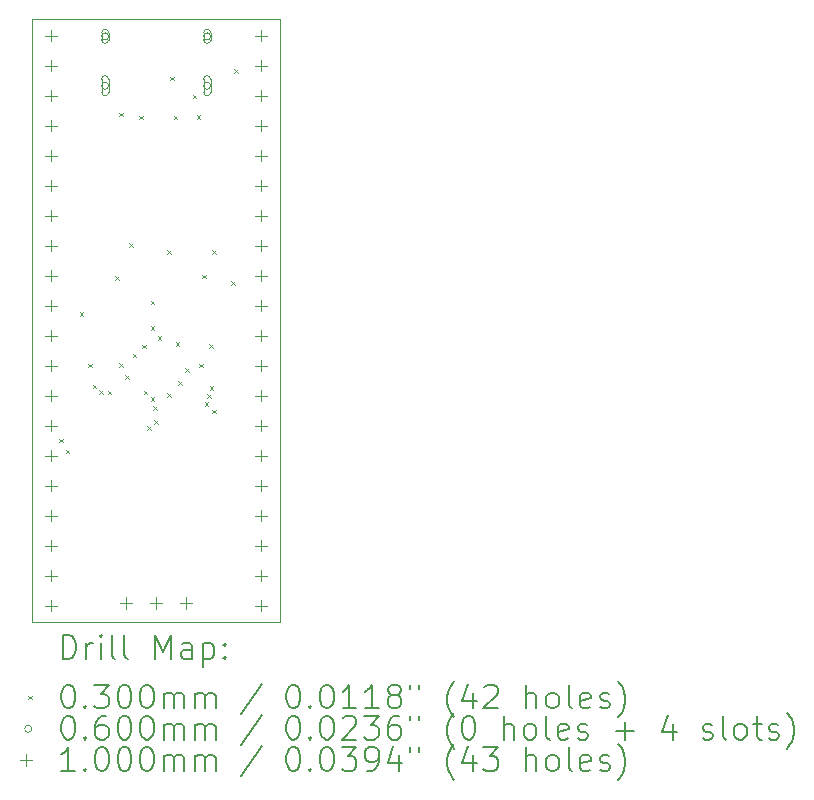
<source format=gbr>
%TF.GenerationSoftware,KiCad,Pcbnew,9.0.5*%
%TF.CreationDate,2025-12-10T19:07:14-06:00*%
%TF.ProjectId,KBoardV1,4b426f61-7264-4563-912e-6b696361645f,rev?*%
%TF.SameCoordinates,Original*%
%TF.FileFunction,Drillmap*%
%TF.FilePolarity,Positive*%
%FSLAX45Y45*%
G04 Gerber Fmt 4.5, Leading zero omitted, Abs format (unit mm)*
G04 Created by KiCad (PCBNEW 9.0.5) date 2025-12-10 19:07:14*
%MOMM*%
%LPD*%
G01*
G04 APERTURE LIST*
%ADD10C,0.050000*%
%ADD11C,0.200000*%
%ADD12C,0.100000*%
G04 APERTURE END LIST*
D10*
X5420000Y-2450000D02*
X7520000Y-2450000D01*
X7520000Y-7550000D01*
X5420000Y-7550000D01*
X5420000Y-2450000D01*
D11*
D12*
X5649000Y-6001000D02*
X5679000Y-6031000D01*
X5679000Y-6001000D02*
X5649000Y-6031000D01*
X5705000Y-6095000D02*
X5735000Y-6125000D01*
X5735000Y-6095000D02*
X5705000Y-6125000D01*
X5822000Y-4928000D02*
X5852000Y-4958000D01*
X5852000Y-4928000D02*
X5822000Y-4958000D01*
X5895000Y-5365000D02*
X5925000Y-5395000D01*
X5925000Y-5365000D02*
X5895000Y-5395000D01*
X5935000Y-5545000D02*
X5965000Y-5575000D01*
X5965000Y-5545000D02*
X5935000Y-5575000D01*
X5989661Y-5588729D02*
X6019661Y-5618729D01*
X6019661Y-5588729D02*
X5989661Y-5618729D01*
X6059380Y-5595000D02*
X6089380Y-5625000D01*
X6089380Y-5595000D02*
X6059380Y-5625000D01*
X6126000Y-4623000D02*
X6156000Y-4653000D01*
X6156000Y-4623000D02*
X6126000Y-4653000D01*
X6157000Y-3242000D02*
X6187000Y-3272000D01*
X6187000Y-3242000D02*
X6157000Y-3272000D01*
X6158626Y-5363091D02*
X6188626Y-5393091D01*
X6188626Y-5363091D02*
X6158626Y-5393091D01*
X6208626Y-5464036D02*
X6238626Y-5494036D01*
X6238626Y-5464036D02*
X6208626Y-5494036D01*
X6241000Y-4346000D02*
X6271000Y-4376000D01*
X6271000Y-4346000D02*
X6241000Y-4376000D01*
X6271000Y-5282000D02*
X6301000Y-5312000D01*
X6301000Y-5282000D02*
X6271000Y-5312000D01*
X6325000Y-3267000D02*
X6355000Y-3297000D01*
X6355000Y-3267000D02*
X6325000Y-3297000D01*
X6353579Y-5203579D02*
X6383579Y-5233579D01*
X6383579Y-5203579D02*
X6353579Y-5233579D01*
X6365426Y-5595312D02*
X6395426Y-5625312D01*
X6395426Y-5595312D02*
X6365426Y-5625312D01*
X6395000Y-5895000D02*
X6425000Y-5925000D01*
X6425000Y-5895000D02*
X6395000Y-5925000D01*
X6422564Y-5049739D02*
X6452564Y-5079739D01*
X6452564Y-5049739D02*
X6422564Y-5079739D01*
X6424365Y-5649479D02*
X6454365Y-5679479D01*
X6454365Y-5649479D02*
X6424365Y-5679479D01*
X6425845Y-4832303D02*
X6455845Y-4862303D01*
X6455845Y-4832303D02*
X6425845Y-4862303D01*
X6445000Y-5725000D02*
X6475000Y-5755000D01*
X6475000Y-5725000D02*
X6445000Y-5755000D01*
X6455000Y-5845000D02*
X6485000Y-5875000D01*
X6485000Y-5845000D02*
X6455000Y-5875000D01*
X6485000Y-5132157D02*
X6515000Y-5162157D01*
X6515000Y-5132157D02*
X6485000Y-5162157D01*
X6563791Y-5615000D02*
X6593791Y-5645000D01*
X6593791Y-5615000D02*
X6563791Y-5645000D01*
X6565100Y-4405000D02*
X6595100Y-4435000D01*
X6595100Y-4405000D02*
X6565100Y-4435000D01*
X6589000Y-2934000D02*
X6619000Y-2964000D01*
X6619000Y-2934000D02*
X6589000Y-2964000D01*
X6620100Y-3265000D02*
X6650100Y-3295000D01*
X6650100Y-3265000D02*
X6620100Y-3295000D01*
X6636450Y-5184613D02*
X6666450Y-5214613D01*
X6666450Y-5184613D02*
X6636450Y-5214613D01*
X6655000Y-5515000D02*
X6685000Y-5545000D01*
X6685000Y-5515000D02*
X6655000Y-5545000D01*
X6715731Y-5405315D02*
X6745731Y-5435315D01*
X6745731Y-5405315D02*
X6715731Y-5435315D01*
X6780000Y-3088500D02*
X6810000Y-3118500D01*
X6810000Y-3088500D02*
X6780000Y-3118500D01*
X6815000Y-3262900D02*
X6845000Y-3292900D01*
X6845000Y-3262900D02*
X6815000Y-3292900D01*
X6835000Y-5365000D02*
X6865000Y-5395000D01*
X6865000Y-5365000D02*
X6835000Y-5395000D01*
X6861000Y-4613000D02*
X6891000Y-4643000D01*
X6891000Y-4613000D02*
X6861000Y-4643000D01*
X6882864Y-5691408D02*
X6912864Y-5721408D01*
X6912864Y-5691408D02*
X6882864Y-5721408D01*
X6905000Y-5625000D02*
X6935000Y-5655000D01*
X6935000Y-5625000D02*
X6905000Y-5655000D01*
X6921059Y-5198941D02*
X6951059Y-5228941D01*
X6951059Y-5198941D02*
X6921059Y-5228941D01*
X6925000Y-5555000D02*
X6955000Y-5585000D01*
X6955000Y-5555000D02*
X6925000Y-5585000D01*
X6945000Y-4405000D02*
X6975000Y-4435000D01*
X6975000Y-4405000D02*
X6945000Y-4435000D01*
X6945000Y-5755000D02*
X6975000Y-5785000D01*
X6975000Y-5755000D02*
X6945000Y-5785000D01*
X7105000Y-4669000D02*
X7135000Y-4699000D01*
X7135000Y-4669000D02*
X7105000Y-4699000D01*
X7133000Y-2873000D02*
X7163000Y-2903000D01*
X7163000Y-2873000D02*
X7133000Y-2903000D01*
X6068000Y-2594000D02*
G75*
G02*
X6008000Y-2594000I-30000J0D01*
G01*
X6008000Y-2594000D02*
G75*
G02*
X6068000Y-2594000I30000J0D01*
G01*
X6068000Y-2624000D02*
X6068000Y-2564000D01*
X6008000Y-2564000D02*
G75*
G02*
X6068000Y-2564000I30000J0D01*
G01*
X6008000Y-2564000D02*
X6008000Y-2624000D01*
X6008000Y-2624000D02*
G75*
G03*
X6068000Y-2624000I30000J0D01*
G01*
X6068000Y-3012000D02*
G75*
G02*
X6008000Y-3012000I-30000J0D01*
G01*
X6008000Y-3012000D02*
G75*
G02*
X6068000Y-3012000I30000J0D01*
G01*
X6068000Y-3067000D02*
X6068000Y-2957000D01*
X6008000Y-2957000D02*
G75*
G02*
X6068000Y-2957000I30000J0D01*
G01*
X6008000Y-2957000D02*
X6008000Y-3067000D01*
X6008000Y-3067000D02*
G75*
G03*
X6068000Y-3067000I30000J0D01*
G01*
X6932000Y-2594000D02*
G75*
G02*
X6872000Y-2594000I-30000J0D01*
G01*
X6872000Y-2594000D02*
G75*
G02*
X6932000Y-2594000I30000J0D01*
G01*
X6932000Y-2624000D02*
X6932000Y-2564000D01*
X6872000Y-2564000D02*
G75*
G02*
X6932000Y-2564000I30000J0D01*
G01*
X6872000Y-2564000D02*
X6872000Y-2624000D01*
X6872000Y-2624000D02*
G75*
G03*
X6932000Y-2624000I30000J0D01*
G01*
X6932000Y-3012000D02*
G75*
G02*
X6872000Y-3012000I-30000J0D01*
G01*
X6872000Y-3012000D02*
G75*
G02*
X6932000Y-3012000I30000J0D01*
G01*
X6932000Y-3067000D02*
X6932000Y-2957000D01*
X6872000Y-2957000D02*
G75*
G02*
X6932000Y-2957000I30000J0D01*
G01*
X6872000Y-2957000D02*
X6872000Y-3067000D01*
X6872000Y-3067000D02*
G75*
G03*
X6932000Y-3067000I30000J0D01*
G01*
X5581000Y-2537000D02*
X5581000Y-2637000D01*
X5531000Y-2587000D02*
X5631000Y-2587000D01*
X5581000Y-2791000D02*
X5581000Y-2891000D01*
X5531000Y-2841000D02*
X5631000Y-2841000D01*
X5581000Y-3045000D02*
X5581000Y-3145000D01*
X5531000Y-3095000D02*
X5631000Y-3095000D01*
X5581000Y-3299000D02*
X5581000Y-3399000D01*
X5531000Y-3349000D02*
X5631000Y-3349000D01*
X5581000Y-3553000D02*
X5581000Y-3653000D01*
X5531000Y-3603000D02*
X5631000Y-3603000D01*
X5581000Y-3807000D02*
X5581000Y-3907000D01*
X5531000Y-3857000D02*
X5631000Y-3857000D01*
X5581000Y-4061000D02*
X5581000Y-4161000D01*
X5531000Y-4111000D02*
X5631000Y-4111000D01*
X5581000Y-4315000D02*
X5581000Y-4415000D01*
X5531000Y-4365000D02*
X5631000Y-4365000D01*
X5581000Y-4569000D02*
X5581000Y-4669000D01*
X5531000Y-4619000D02*
X5631000Y-4619000D01*
X5581000Y-4823000D02*
X5581000Y-4923000D01*
X5531000Y-4873000D02*
X5631000Y-4873000D01*
X5581000Y-5077000D02*
X5581000Y-5177000D01*
X5531000Y-5127000D02*
X5631000Y-5127000D01*
X5581000Y-5331000D02*
X5581000Y-5431000D01*
X5531000Y-5381000D02*
X5631000Y-5381000D01*
X5581000Y-5585000D02*
X5581000Y-5685000D01*
X5531000Y-5635000D02*
X5631000Y-5635000D01*
X5581000Y-5839000D02*
X5581000Y-5939000D01*
X5531000Y-5889000D02*
X5631000Y-5889000D01*
X5581000Y-6093000D02*
X5581000Y-6193000D01*
X5531000Y-6143000D02*
X5631000Y-6143000D01*
X5581000Y-6347000D02*
X5581000Y-6447000D01*
X5531000Y-6397000D02*
X5631000Y-6397000D01*
X5581000Y-6601000D02*
X5581000Y-6701000D01*
X5531000Y-6651000D02*
X5631000Y-6651000D01*
X5581000Y-6855000D02*
X5581000Y-6955000D01*
X5531000Y-6905000D02*
X5631000Y-6905000D01*
X5581000Y-7109000D02*
X5581000Y-7209000D01*
X5531000Y-7159000D02*
X5631000Y-7159000D01*
X5581000Y-7363000D02*
X5581000Y-7463000D01*
X5531000Y-7413000D02*
X5631000Y-7413000D01*
X6216000Y-7339000D02*
X6216000Y-7439000D01*
X6166000Y-7389000D02*
X6266000Y-7389000D01*
X6470000Y-7339000D02*
X6470000Y-7439000D01*
X6420000Y-7389000D02*
X6520000Y-7389000D01*
X6724000Y-7339000D02*
X6724000Y-7439000D01*
X6674000Y-7389000D02*
X6774000Y-7389000D01*
X7359000Y-2537000D02*
X7359000Y-2637000D01*
X7309000Y-2587000D02*
X7409000Y-2587000D01*
X7359000Y-2791000D02*
X7359000Y-2891000D01*
X7309000Y-2841000D02*
X7409000Y-2841000D01*
X7359000Y-3045000D02*
X7359000Y-3145000D01*
X7309000Y-3095000D02*
X7409000Y-3095000D01*
X7359000Y-3299000D02*
X7359000Y-3399000D01*
X7309000Y-3349000D02*
X7409000Y-3349000D01*
X7359000Y-3553000D02*
X7359000Y-3653000D01*
X7309000Y-3603000D02*
X7409000Y-3603000D01*
X7359000Y-3807000D02*
X7359000Y-3907000D01*
X7309000Y-3857000D02*
X7409000Y-3857000D01*
X7359000Y-4061000D02*
X7359000Y-4161000D01*
X7309000Y-4111000D02*
X7409000Y-4111000D01*
X7359000Y-4315000D02*
X7359000Y-4415000D01*
X7309000Y-4365000D02*
X7409000Y-4365000D01*
X7359000Y-4569000D02*
X7359000Y-4669000D01*
X7309000Y-4619000D02*
X7409000Y-4619000D01*
X7359000Y-4823000D02*
X7359000Y-4923000D01*
X7309000Y-4873000D02*
X7409000Y-4873000D01*
X7359000Y-5077000D02*
X7359000Y-5177000D01*
X7309000Y-5127000D02*
X7409000Y-5127000D01*
X7359000Y-5331000D02*
X7359000Y-5431000D01*
X7309000Y-5381000D02*
X7409000Y-5381000D01*
X7359000Y-5585000D02*
X7359000Y-5685000D01*
X7309000Y-5635000D02*
X7409000Y-5635000D01*
X7359000Y-5839000D02*
X7359000Y-5939000D01*
X7309000Y-5889000D02*
X7409000Y-5889000D01*
X7359000Y-6093000D02*
X7359000Y-6193000D01*
X7309000Y-6143000D02*
X7409000Y-6143000D01*
X7359000Y-6347000D02*
X7359000Y-6447000D01*
X7309000Y-6397000D02*
X7409000Y-6397000D01*
X7359000Y-6601000D02*
X7359000Y-6701000D01*
X7309000Y-6651000D02*
X7409000Y-6651000D01*
X7359000Y-6855000D02*
X7359000Y-6955000D01*
X7309000Y-6905000D02*
X7409000Y-6905000D01*
X7359000Y-7109000D02*
X7359000Y-7209000D01*
X7309000Y-7159000D02*
X7409000Y-7159000D01*
X7359000Y-7363000D02*
X7359000Y-7463000D01*
X7309000Y-7413000D02*
X7409000Y-7413000D01*
D11*
X5678277Y-7863984D02*
X5678277Y-7663984D01*
X5678277Y-7663984D02*
X5725896Y-7663984D01*
X5725896Y-7663984D02*
X5754467Y-7673508D01*
X5754467Y-7673508D02*
X5773515Y-7692555D01*
X5773515Y-7692555D02*
X5783039Y-7711603D01*
X5783039Y-7711603D02*
X5792562Y-7749698D01*
X5792562Y-7749698D02*
X5792562Y-7778269D01*
X5792562Y-7778269D02*
X5783039Y-7816365D01*
X5783039Y-7816365D02*
X5773515Y-7835412D01*
X5773515Y-7835412D02*
X5754467Y-7854460D01*
X5754467Y-7854460D02*
X5725896Y-7863984D01*
X5725896Y-7863984D02*
X5678277Y-7863984D01*
X5878277Y-7863984D02*
X5878277Y-7730650D01*
X5878277Y-7768746D02*
X5887801Y-7749698D01*
X5887801Y-7749698D02*
X5897324Y-7740174D01*
X5897324Y-7740174D02*
X5916372Y-7730650D01*
X5916372Y-7730650D02*
X5935420Y-7730650D01*
X6002086Y-7863984D02*
X6002086Y-7730650D01*
X6002086Y-7663984D02*
X5992562Y-7673508D01*
X5992562Y-7673508D02*
X6002086Y-7683031D01*
X6002086Y-7683031D02*
X6011610Y-7673508D01*
X6011610Y-7673508D02*
X6002086Y-7663984D01*
X6002086Y-7663984D02*
X6002086Y-7683031D01*
X6125896Y-7863984D02*
X6106848Y-7854460D01*
X6106848Y-7854460D02*
X6097324Y-7835412D01*
X6097324Y-7835412D02*
X6097324Y-7663984D01*
X6230658Y-7863984D02*
X6211610Y-7854460D01*
X6211610Y-7854460D02*
X6202086Y-7835412D01*
X6202086Y-7835412D02*
X6202086Y-7663984D01*
X6459229Y-7863984D02*
X6459229Y-7663984D01*
X6459229Y-7663984D02*
X6525896Y-7806841D01*
X6525896Y-7806841D02*
X6592562Y-7663984D01*
X6592562Y-7663984D02*
X6592562Y-7863984D01*
X6773515Y-7863984D02*
X6773515Y-7759222D01*
X6773515Y-7759222D02*
X6763991Y-7740174D01*
X6763991Y-7740174D02*
X6744943Y-7730650D01*
X6744943Y-7730650D02*
X6706848Y-7730650D01*
X6706848Y-7730650D02*
X6687801Y-7740174D01*
X6773515Y-7854460D02*
X6754467Y-7863984D01*
X6754467Y-7863984D02*
X6706848Y-7863984D01*
X6706848Y-7863984D02*
X6687801Y-7854460D01*
X6687801Y-7854460D02*
X6678277Y-7835412D01*
X6678277Y-7835412D02*
X6678277Y-7816365D01*
X6678277Y-7816365D02*
X6687801Y-7797317D01*
X6687801Y-7797317D02*
X6706848Y-7787793D01*
X6706848Y-7787793D02*
X6754467Y-7787793D01*
X6754467Y-7787793D02*
X6773515Y-7778269D01*
X6868753Y-7730650D02*
X6868753Y-7930650D01*
X6868753Y-7740174D02*
X6887801Y-7730650D01*
X6887801Y-7730650D02*
X6925896Y-7730650D01*
X6925896Y-7730650D02*
X6944943Y-7740174D01*
X6944943Y-7740174D02*
X6954467Y-7749698D01*
X6954467Y-7749698D02*
X6963991Y-7768746D01*
X6963991Y-7768746D02*
X6963991Y-7825888D01*
X6963991Y-7825888D02*
X6954467Y-7844936D01*
X6954467Y-7844936D02*
X6944943Y-7854460D01*
X6944943Y-7854460D02*
X6925896Y-7863984D01*
X6925896Y-7863984D02*
X6887801Y-7863984D01*
X6887801Y-7863984D02*
X6868753Y-7854460D01*
X7049705Y-7844936D02*
X7059229Y-7854460D01*
X7059229Y-7854460D02*
X7049705Y-7863984D01*
X7049705Y-7863984D02*
X7040182Y-7854460D01*
X7040182Y-7854460D02*
X7049705Y-7844936D01*
X7049705Y-7844936D02*
X7049705Y-7863984D01*
X7049705Y-7740174D02*
X7059229Y-7749698D01*
X7059229Y-7749698D02*
X7049705Y-7759222D01*
X7049705Y-7759222D02*
X7040182Y-7749698D01*
X7040182Y-7749698D02*
X7049705Y-7740174D01*
X7049705Y-7740174D02*
X7049705Y-7759222D01*
D12*
X5387500Y-8177500D02*
X5417500Y-8207500D01*
X5417500Y-8177500D02*
X5387500Y-8207500D01*
D11*
X5716372Y-8083984D02*
X5735420Y-8083984D01*
X5735420Y-8083984D02*
X5754467Y-8093508D01*
X5754467Y-8093508D02*
X5763991Y-8103031D01*
X5763991Y-8103031D02*
X5773515Y-8122079D01*
X5773515Y-8122079D02*
X5783039Y-8160174D01*
X5783039Y-8160174D02*
X5783039Y-8207793D01*
X5783039Y-8207793D02*
X5773515Y-8245888D01*
X5773515Y-8245888D02*
X5763991Y-8264936D01*
X5763991Y-8264936D02*
X5754467Y-8274460D01*
X5754467Y-8274460D02*
X5735420Y-8283984D01*
X5735420Y-8283984D02*
X5716372Y-8283984D01*
X5716372Y-8283984D02*
X5697324Y-8274460D01*
X5697324Y-8274460D02*
X5687801Y-8264936D01*
X5687801Y-8264936D02*
X5678277Y-8245888D01*
X5678277Y-8245888D02*
X5668753Y-8207793D01*
X5668753Y-8207793D02*
X5668753Y-8160174D01*
X5668753Y-8160174D02*
X5678277Y-8122079D01*
X5678277Y-8122079D02*
X5687801Y-8103031D01*
X5687801Y-8103031D02*
X5697324Y-8093508D01*
X5697324Y-8093508D02*
X5716372Y-8083984D01*
X5868753Y-8264936D02*
X5878277Y-8274460D01*
X5878277Y-8274460D02*
X5868753Y-8283984D01*
X5868753Y-8283984D02*
X5859229Y-8274460D01*
X5859229Y-8274460D02*
X5868753Y-8264936D01*
X5868753Y-8264936D02*
X5868753Y-8283984D01*
X5944943Y-8083984D02*
X6068753Y-8083984D01*
X6068753Y-8083984D02*
X6002086Y-8160174D01*
X6002086Y-8160174D02*
X6030658Y-8160174D01*
X6030658Y-8160174D02*
X6049705Y-8169698D01*
X6049705Y-8169698D02*
X6059229Y-8179222D01*
X6059229Y-8179222D02*
X6068753Y-8198269D01*
X6068753Y-8198269D02*
X6068753Y-8245888D01*
X6068753Y-8245888D02*
X6059229Y-8264936D01*
X6059229Y-8264936D02*
X6049705Y-8274460D01*
X6049705Y-8274460D02*
X6030658Y-8283984D01*
X6030658Y-8283984D02*
X5973515Y-8283984D01*
X5973515Y-8283984D02*
X5954467Y-8274460D01*
X5954467Y-8274460D02*
X5944943Y-8264936D01*
X6192562Y-8083984D02*
X6211610Y-8083984D01*
X6211610Y-8083984D02*
X6230658Y-8093508D01*
X6230658Y-8093508D02*
X6240182Y-8103031D01*
X6240182Y-8103031D02*
X6249705Y-8122079D01*
X6249705Y-8122079D02*
X6259229Y-8160174D01*
X6259229Y-8160174D02*
X6259229Y-8207793D01*
X6259229Y-8207793D02*
X6249705Y-8245888D01*
X6249705Y-8245888D02*
X6240182Y-8264936D01*
X6240182Y-8264936D02*
X6230658Y-8274460D01*
X6230658Y-8274460D02*
X6211610Y-8283984D01*
X6211610Y-8283984D02*
X6192562Y-8283984D01*
X6192562Y-8283984D02*
X6173515Y-8274460D01*
X6173515Y-8274460D02*
X6163991Y-8264936D01*
X6163991Y-8264936D02*
X6154467Y-8245888D01*
X6154467Y-8245888D02*
X6144943Y-8207793D01*
X6144943Y-8207793D02*
X6144943Y-8160174D01*
X6144943Y-8160174D02*
X6154467Y-8122079D01*
X6154467Y-8122079D02*
X6163991Y-8103031D01*
X6163991Y-8103031D02*
X6173515Y-8093508D01*
X6173515Y-8093508D02*
X6192562Y-8083984D01*
X6383039Y-8083984D02*
X6402086Y-8083984D01*
X6402086Y-8083984D02*
X6421134Y-8093508D01*
X6421134Y-8093508D02*
X6430658Y-8103031D01*
X6430658Y-8103031D02*
X6440182Y-8122079D01*
X6440182Y-8122079D02*
X6449705Y-8160174D01*
X6449705Y-8160174D02*
X6449705Y-8207793D01*
X6449705Y-8207793D02*
X6440182Y-8245888D01*
X6440182Y-8245888D02*
X6430658Y-8264936D01*
X6430658Y-8264936D02*
X6421134Y-8274460D01*
X6421134Y-8274460D02*
X6402086Y-8283984D01*
X6402086Y-8283984D02*
X6383039Y-8283984D01*
X6383039Y-8283984D02*
X6363991Y-8274460D01*
X6363991Y-8274460D02*
X6354467Y-8264936D01*
X6354467Y-8264936D02*
X6344943Y-8245888D01*
X6344943Y-8245888D02*
X6335420Y-8207793D01*
X6335420Y-8207793D02*
X6335420Y-8160174D01*
X6335420Y-8160174D02*
X6344943Y-8122079D01*
X6344943Y-8122079D02*
X6354467Y-8103031D01*
X6354467Y-8103031D02*
X6363991Y-8093508D01*
X6363991Y-8093508D02*
X6383039Y-8083984D01*
X6535420Y-8283984D02*
X6535420Y-8150650D01*
X6535420Y-8169698D02*
X6544943Y-8160174D01*
X6544943Y-8160174D02*
X6563991Y-8150650D01*
X6563991Y-8150650D02*
X6592563Y-8150650D01*
X6592563Y-8150650D02*
X6611610Y-8160174D01*
X6611610Y-8160174D02*
X6621134Y-8179222D01*
X6621134Y-8179222D02*
X6621134Y-8283984D01*
X6621134Y-8179222D02*
X6630658Y-8160174D01*
X6630658Y-8160174D02*
X6649705Y-8150650D01*
X6649705Y-8150650D02*
X6678277Y-8150650D01*
X6678277Y-8150650D02*
X6697324Y-8160174D01*
X6697324Y-8160174D02*
X6706848Y-8179222D01*
X6706848Y-8179222D02*
X6706848Y-8283984D01*
X6802086Y-8283984D02*
X6802086Y-8150650D01*
X6802086Y-8169698D02*
X6811610Y-8160174D01*
X6811610Y-8160174D02*
X6830658Y-8150650D01*
X6830658Y-8150650D02*
X6859229Y-8150650D01*
X6859229Y-8150650D02*
X6878277Y-8160174D01*
X6878277Y-8160174D02*
X6887801Y-8179222D01*
X6887801Y-8179222D02*
X6887801Y-8283984D01*
X6887801Y-8179222D02*
X6897324Y-8160174D01*
X6897324Y-8160174D02*
X6916372Y-8150650D01*
X6916372Y-8150650D02*
X6944943Y-8150650D01*
X6944943Y-8150650D02*
X6963991Y-8160174D01*
X6963991Y-8160174D02*
X6973515Y-8179222D01*
X6973515Y-8179222D02*
X6973515Y-8283984D01*
X7363991Y-8074460D02*
X7192563Y-8331603D01*
X7621134Y-8083984D02*
X7640182Y-8083984D01*
X7640182Y-8083984D02*
X7659229Y-8093508D01*
X7659229Y-8093508D02*
X7668753Y-8103031D01*
X7668753Y-8103031D02*
X7678277Y-8122079D01*
X7678277Y-8122079D02*
X7687801Y-8160174D01*
X7687801Y-8160174D02*
X7687801Y-8207793D01*
X7687801Y-8207793D02*
X7678277Y-8245888D01*
X7678277Y-8245888D02*
X7668753Y-8264936D01*
X7668753Y-8264936D02*
X7659229Y-8274460D01*
X7659229Y-8274460D02*
X7640182Y-8283984D01*
X7640182Y-8283984D02*
X7621134Y-8283984D01*
X7621134Y-8283984D02*
X7602086Y-8274460D01*
X7602086Y-8274460D02*
X7592563Y-8264936D01*
X7592563Y-8264936D02*
X7583039Y-8245888D01*
X7583039Y-8245888D02*
X7573515Y-8207793D01*
X7573515Y-8207793D02*
X7573515Y-8160174D01*
X7573515Y-8160174D02*
X7583039Y-8122079D01*
X7583039Y-8122079D02*
X7592563Y-8103031D01*
X7592563Y-8103031D02*
X7602086Y-8093508D01*
X7602086Y-8093508D02*
X7621134Y-8083984D01*
X7773515Y-8264936D02*
X7783039Y-8274460D01*
X7783039Y-8274460D02*
X7773515Y-8283984D01*
X7773515Y-8283984D02*
X7763991Y-8274460D01*
X7763991Y-8274460D02*
X7773515Y-8264936D01*
X7773515Y-8264936D02*
X7773515Y-8283984D01*
X7906848Y-8083984D02*
X7925896Y-8083984D01*
X7925896Y-8083984D02*
X7944944Y-8093508D01*
X7944944Y-8093508D02*
X7954467Y-8103031D01*
X7954467Y-8103031D02*
X7963991Y-8122079D01*
X7963991Y-8122079D02*
X7973515Y-8160174D01*
X7973515Y-8160174D02*
X7973515Y-8207793D01*
X7973515Y-8207793D02*
X7963991Y-8245888D01*
X7963991Y-8245888D02*
X7954467Y-8264936D01*
X7954467Y-8264936D02*
X7944944Y-8274460D01*
X7944944Y-8274460D02*
X7925896Y-8283984D01*
X7925896Y-8283984D02*
X7906848Y-8283984D01*
X7906848Y-8283984D02*
X7887801Y-8274460D01*
X7887801Y-8274460D02*
X7878277Y-8264936D01*
X7878277Y-8264936D02*
X7868753Y-8245888D01*
X7868753Y-8245888D02*
X7859229Y-8207793D01*
X7859229Y-8207793D02*
X7859229Y-8160174D01*
X7859229Y-8160174D02*
X7868753Y-8122079D01*
X7868753Y-8122079D02*
X7878277Y-8103031D01*
X7878277Y-8103031D02*
X7887801Y-8093508D01*
X7887801Y-8093508D02*
X7906848Y-8083984D01*
X8163991Y-8283984D02*
X8049706Y-8283984D01*
X8106848Y-8283984D02*
X8106848Y-8083984D01*
X8106848Y-8083984D02*
X8087801Y-8112555D01*
X8087801Y-8112555D02*
X8068753Y-8131603D01*
X8068753Y-8131603D02*
X8049706Y-8141127D01*
X8354467Y-8283984D02*
X8240182Y-8283984D01*
X8297325Y-8283984D02*
X8297325Y-8083984D01*
X8297325Y-8083984D02*
X8278277Y-8112555D01*
X8278277Y-8112555D02*
X8259229Y-8131603D01*
X8259229Y-8131603D02*
X8240182Y-8141127D01*
X8468753Y-8169698D02*
X8449706Y-8160174D01*
X8449706Y-8160174D02*
X8440182Y-8150650D01*
X8440182Y-8150650D02*
X8430658Y-8131603D01*
X8430658Y-8131603D02*
X8430658Y-8122079D01*
X8430658Y-8122079D02*
X8440182Y-8103031D01*
X8440182Y-8103031D02*
X8449706Y-8093508D01*
X8449706Y-8093508D02*
X8468753Y-8083984D01*
X8468753Y-8083984D02*
X8506849Y-8083984D01*
X8506849Y-8083984D02*
X8525896Y-8093508D01*
X8525896Y-8093508D02*
X8535420Y-8103031D01*
X8535420Y-8103031D02*
X8544944Y-8122079D01*
X8544944Y-8122079D02*
X8544944Y-8131603D01*
X8544944Y-8131603D02*
X8535420Y-8150650D01*
X8535420Y-8150650D02*
X8525896Y-8160174D01*
X8525896Y-8160174D02*
X8506849Y-8169698D01*
X8506849Y-8169698D02*
X8468753Y-8169698D01*
X8468753Y-8169698D02*
X8449706Y-8179222D01*
X8449706Y-8179222D02*
X8440182Y-8188746D01*
X8440182Y-8188746D02*
X8430658Y-8207793D01*
X8430658Y-8207793D02*
X8430658Y-8245888D01*
X8430658Y-8245888D02*
X8440182Y-8264936D01*
X8440182Y-8264936D02*
X8449706Y-8274460D01*
X8449706Y-8274460D02*
X8468753Y-8283984D01*
X8468753Y-8283984D02*
X8506849Y-8283984D01*
X8506849Y-8283984D02*
X8525896Y-8274460D01*
X8525896Y-8274460D02*
X8535420Y-8264936D01*
X8535420Y-8264936D02*
X8544944Y-8245888D01*
X8544944Y-8245888D02*
X8544944Y-8207793D01*
X8544944Y-8207793D02*
X8535420Y-8188746D01*
X8535420Y-8188746D02*
X8525896Y-8179222D01*
X8525896Y-8179222D02*
X8506849Y-8169698D01*
X8621134Y-8083984D02*
X8621134Y-8122079D01*
X8697325Y-8083984D02*
X8697325Y-8122079D01*
X8992563Y-8360174D02*
X8983039Y-8350650D01*
X8983039Y-8350650D02*
X8963991Y-8322079D01*
X8963991Y-8322079D02*
X8954468Y-8303031D01*
X8954468Y-8303031D02*
X8944944Y-8274460D01*
X8944944Y-8274460D02*
X8935420Y-8226841D01*
X8935420Y-8226841D02*
X8935420Y-8188746D01*
X8935420Y-8188746D02*
X8944944Y-8141127D01*
X8944944Y-8141127D02*
X8954468Y-8112555D01*
X8954468Y-8112555D02*
X8963991Y-8093508D01*
X8963991Y-8093508D02*
X8983039Y-8064936D01*
X8983039Y-8064936D02*
X8992563Y-8055412D01*
X9154468Y-8150650D02*
X9154468Y-8283984D01*
X9106849Y-8074460D02*
X9059230Y-8217317D01*
X9059230Y-8217317D02*
X9183039Y-8217317D01*
X9249706Y-8103031D02*
X9259230Y-8093508D01*
X9259230Y-8093508D02*
X9278277Y-8083984D01*
X9278277Y-8083984D02*
X9325896Y-8083984D01*
X9325896Y-8083984D02*
X9344944Y-8093508D01*
X9344944Y-8093508D02*
X9354468Y-8103031D01*
X9354468Y-8103031D02*
X9363991Y-8122079D01*
X9363991Y-8122079D02*
X9363991Y-8141127D01*
X9363991Y-8141127D02*
X9354468Y-8169698D01*
X9354468Y-8169698D02*
X9240182Y-8283984D01*
X9240182Y-8283984D02*
X9363991Y-8283984D01*
X9602087Y-8283984D02*
X9602087Y-8083984D01*
X9687801Y-8283984D02*
X9687801Y-8179222D01*
X9687801Y-8179222D02*
X9678277Y-8160174D01*
X9678277Y-8160174D02*
X9659230Y-8150650D01*
X9659230Y-8150650D02*
X9630658Y-8150650D01*
X9630658Y-8150650D02*
X9611611Y-8160174D01*
X9611611Y-8160174D02*
X9602087Y-8169698D01*
X9811611Y-8283984D02*
X9792563Y-8274460D01*
X9792563Y-8274460D02*
X9783039Y-8264936D01*
X9783039Y-8264936D02*
X9773515Y-8245888D01*
X9773515Y-8245888D02*
X9773515Y-8188746D01*
X9773515Y-8188746D02*
X9783039Y-8169698D01*
X9783039Y-8169698D02*
X9792563Y-8160174D01*
X9792563Y-8160174D02*
X9811611Y-8150650D01*
X9811611Y-8150650D02*
X9840182Y-8150650D01*
X9840182Y-8150650D02*
X9859230Y-8160174D01*
X9859230Y-8160174D02*
X9868753Y-8169698D01*
X9868753Y-8169698D02*
X9878277Y-8188746D01*
X9878277Y-8188746D02*
X9878277Y-8245888D01*
X9878277Y-8245888D02*
X9868753Y-8264936D01*
X9868753Y-8264936D02*
X9859230Y-8274460D01*
X9859230Y-8274460D02*
X9840182Y-8283984D01*
X9840182Y-8283984D02*
X9811611Y-8283984D01*
X9992563Y-8283984D02*
X9973515Y-8274460D01*
X9973515Y-8274460D02*
X9963992Y-8255412D01*
X9963992Y-8255412D02*
X9963992Y-8083984D01*
X10144944Y-8274460D02*
X10125896Y-8283984D01*
X10125896Y-8283984D02*
X10087801Y-8283984D01*
X10087801Y-8283984D02*
X10068753Y-8274460D01*
X10068753Y-8274460D02*
X10059230Y-8255412D01*
X10059230Y-8255412D02*
X10059230Y-8179222D01*
X10059230Y-8179222D02*
X10068753Y-8160174D01*
X10068753Y-8160174D02*
X10087801Y-8150650D01*
X10087801Y-8150650D02*
X10125896Y-8150650D01*
X10125896Y-8150650D02*
X10144944Y-8160174D01*
X10144944Y-8160174D02*
X10154468Y-8179222D01*
X10154468Y-8179222D02*
X10154468Y-8198269D01*
X10154468Y-8198269D02*
X10059230Y-8217317D01*
X10230658Y-8274460D02*
X10249706Y-8283984D01*
X10249706Y-8283984D02*
X10287801Y-8283984D01*
X10287801Y-8283984D02*
X10306849Y-8274460D01*
X10306849Y-8274460D02*
X10316373Y-8255412D01*
X10316373Y-8255412D02*
X10316373Y-8245888D01*
X10316373Y-8245888D02*
X10306849Y-8226841D01*
X10306849Y-8226841D02*
X10287801Y-8217317D01*
X10287801Y-8217317D02*
X10259230Y-8217317D01*
X10259230Y-8217317D02*
X10240182Y-8207793D01*
X10240182Y-8207793D02*
X10230658Y-8188746D01*
X10230658Y-8188746D02*
X10230658Y-8179222D01*
X10230658Y-8179222D02*
X10240182Y-8160174D01*
X10240182Y-8160174D02*
X10259230Y-8150650D01*
X10259230Y-8150650D02*
X10287801Y-8150650D01*
X10287801Y-8150650D02*
X10306849Y-8160174D01*
X10383039Y-8360174D02*
X10392563Y-8350650D01*
X10392563Y-8350650D02*
X10411611Y-8322079D01*
X10411611Y-8322079D02*
X10421134Y-8303031D01*
X10421134Y-8303031D02*
X10430658Y-8274460D01*
X10430658Y-8274460D02*
X10440182Y-8226841D01*
X10440182Y-8226841D02*
X10440182Y-8188746D01*
X10440182Y-8188746D02*
X10430658Y-8141127D01*
X10430658Y-8141127D02*
X10421134Y-8112555D01*
X10421134Y-8112555D02*
X10411611Y-8093508D01*
X10411611Y-8093508D02*
X10392563Y-8064936D01*
X10392563Y-8064936D02*
X10383039Y-8055412D01*
D12*
X5417500Y-8456500D02*
G75*
G02*
X5357500Y-8456500I-30000J0D01*
G01*
X5357500Y-8456500D02*
G75*
G02*
X5417500Y-8456500I30000J0D01*
G01*
D11*
X5716372Y-8347984D02*
X5735420Y-8347984D01*
X5735420Y-8347984D02*
X5754467Y-8357508D01*
X5754467Y-8357508D02*
X5763991Y-8367031D01*
X5763991Y-8367031D02*
X5773515Y-8386079D01*
X5773515Y-8386079D02*
X5783039Y-8424174D01*
X5783039Y-8424174D02*
X5783039Y-8471793D01*
X5783039Y-8471793D02*
X5773515Y-8509889D01*
X5773515Y-8509889D02*
X5763991Y-8528936D01*
X5763991Y-8528936D02*
X5754467Y-8538460D01*
X5754467Y-8538460D02*
X5735420Y-8547984D01*
X5735420Y-8547984D02*
X5716372Y-8547984D01*
X5716372Y-8547984D02*
X5697324Y-8538460D01*
X5697324Y-8538460D02*
X5687801Y-8528936D01*
X5687801Y-8528936D02*
X5678277Y-8509889D01*
X5678277Y-8509889D02*
X5668753Y-8471793D01*
X5668753Y-8471793D02*
X5668753Y-8424174D01*
X5668753Y-8424174D02*
X5678277Y-8386079D01*
X5678277Y-8386079D02*
X5687801Y-8367031D01*
X5687801Y-8367031D02*
X5697324Y-8357508D01*
X5697324Y-8357508D02*
X5716372Y-8347984D01*
X5868753Y-8528936D02*
X5878277Y-8538460D01*
X5878277Y-8538460D02*
X5868753Y-8547984D01*
X5868753Y-8547984D02*
X5859229Y-8538460D01*
X5859229Y-8538460D02*
X5868753Y-8528936D01*
X5868753Y-8528936D02*
X5868753Y-8547984D01*
X6049705Y-8347984D02*
X6011610Y-8347984D01*
X6011610Y-8347984D02*
X5992562Y-8357508D01*
X5992562Y-8357508D02*
X5983039Y-8367031D01*
X5983039Y-8367031D02*
X5963991Y-8395603D01*
X5963991Y-8395603D02*
X5954467Y-8433698D01*
X5954467Y-8433698D02*
X5954467Y-8509889D01*
X5954467Y-8509889D02*
X5963991Y-8528936D01*
X5963991Y-8528936D02*
X5973515Y-8538460D01*
X5973515Y-8538460D02*
X5992562Y-8547984D01*
X5992562Y-8547984D02*
X6030658Y-8547984D01*
X6030658Y-8547984D02*
X6049705Y-8538460D01*
X6049705Y-8538460D02*
X6059229Y-8528936D01*
X6059229Y-8528936D02*
X6068753Y-8509889D01*
X6068753Y-8509889D02*
X6068753Y-8462270D01*
X6068753Y-8462270D02*
X6059229Y-8443222D01*
X6059229Y-8443222D02*
X6049705Y-8433698D01*
X6049705Y-8433698D02*
X6030658Y-8424174D01*
X6030658Y-8424174D02*
X5992562Y-8424174D01*
X5992562Y-8424174D02*
X5973515Y-8433698D01*
X5973515Y-8433698D02*
X5963991Y-8443222D01*
X5963991Y-8443222D02*
X5954467Y-8462270D01*
X6192562Y-8347984D02*
X6211610Y-8347984D01*
X6211610Y-8347984D02*
X6230658Y-8357508D01*
X6230658Y-8357508D02*
X6240182Y-8367031D01*
X6240182Y-8367031D02*
X6249705Y-8386079D01*
X6249705Y-8386079D02*
X6259229Y-8424174D01*
X6259229Y-8424174D02*
X6259229Y-8471793D01*
X6259229Y-8471793D02*
X6249705Y-8509889D01*
X6249705Y-8509889D02*
X6240182Y-8528936D01*
X6240182Y-8528936D02*
X6230658Y-8538460D01*
X6230658Y-8538460D02*
X6211610Y-8547984D01*
X6211610Y-8547984D02*
X6192562Y-8547984D01*
X6192562Y-8547984D02*
X6173515Y-8538460D01*
X6173515Y-8538460D02*
X6163991Y-8528936D01*
X6163991Y-8528936D02*
X6154467Y-8509889D01*
X6154467Y-8509889D02*
X6144943Y-8471793D01*
X6144943Y-8471793D02*
X6144943Y-8424174D01*
X6144943Y-8424174D02*
X6154467Y-8386079D01*
X6154467Y-8386079D02*
X6163991Y-8367031D01*
X6163991Y-8367031D02*
X6173515Y-8357508D01*
X6173515Y-8357508D02*
X6192562Y-8347984D01*
X6383039Y-8347984D02*
X6402086Y-8347984D01*
X6402086Y-8347984D02*
X6421134Y-8357508D01*
X6421134Y-8357508D02*
X6430658Y-8367031D01*
X6430658Y-8367031D02*
X6440182Y-8386079D01*
X6440182Y-8386079D02*
X6449705Y-8424174D01*
X6449705Y-8424174D02*
X6449705Y-8471793D01*
X6449705Y-8471793D02*
X6440182Y-8509889D01*
X6440182Y-8509889D02*
X6430658Y-8528936D01*
X6430658Y-8528936D02*
X6421134Y-8538460D01*
X6421134Y-8538460D02*
X6402086Y-8547984D01*
X6402086Y-8547984D02*
X6383039Y-8547984D01*
X6383039Y-8547984D02*
X6363991Y-8538460D01*
X6363991Y-8538460D02*
X6354467Y-8528936D01*
X6354467Y-8528936D02*
X6344943Y-8509889D01*
X6344943Y-8509889D02*
X6335420Y-8471793D01*
X6335420Y-8471793D02*
X6335420Y-8424174D01*
X6335420Y-8424174D02*
X6344943Y-8386079D01*
X6344943Y-8386079D02*
X6354467Y-8367031D01*
X6354467Y-8367031D02*
X6363991Y-8357508D01*
X6363991Y-8357508D02*
X6383039Y-8347984D01*
X6535420Y-8547984D02*
X6535420Y-8414650D01*
X6535420Y-8433698D02*
X6544943Y-8424174D01*
X6544943Y-8424174D02*
X6563991Y-8414650D01*
X6563991Y-8414650D02*
X6592563Y-8414650D01*
X6592563Y-8414650D02*
X6611610Y-8424174D01*
X6611610Y-8424174D02*
X6621134Y-8443222D01*
X6621134Y-8443222D02*
X6621134Y-8547984D01*
X6621134Y-8443222D02*
X6630658Y-8424174D01*
X6630658Y-8424174D02*
X6649705Y-8414650D01*
X6649705Y-8414650D02*
X6678277Y-8414650D01*
X6678277Y-8414650D02*
X6697324Y-8424174D01*
X6697324Y-8424174D02*
X6706848Y-8443222D01*
X6706848Y-8443222D02*
X6706848Y-8547984D01*
X6802086Y-8547984D02*
X6802086Y-8414650D01*
X6802086Y-8433698D02*
X6811610Y-8424174D01*
X6811610Y-8424174D02*
X6830658Y-8414650D01*
X6830658Y-8414650D02*
X6859229Y-8414650D01*
X6859229Y-8414650D02*
X6878277Y-8424174D01*
X6878277Y-8424174D02*
X6887801Y-8443222D01*
X6887801Y-8443222D02*
X6887801Y-8547984D01*
X6887801Y-8443222D02*
X6897324Y-8424174D01*
X6897324Y-8424174D02*
X6916372Y-8414650D01*
X6916372Y-8414650D02*
X6944943Y-8414650D01*
X6944943Y-8414650D02*
X6963991Y-8424174D01*
X6963991Y-8424174D02*
X6973515Y-8443222D01*
X6973515Y-8443222D02*
X6973515Y-8547984D01*
X7363991Y-8338460D02*
X7192563Y-8595603D01*
X7621134Y-8347984D02*
X7640182Y-8347984D01*
X7640182Y-8347984D02*
X7659229Y-8357508D01*
X7659229Y-8357508D02*
X7668753Y-8367031D01*
X7668753Y-8367031D02*
X7678277Y-8386079D01*
X7678277Y-8386079D02*
X7687801Y-8424174D01*
X7687801Y-8424174D02*
X7687801Y-8471793D01*
X7687801Y-8471793D02*
X7678277Y-8509889D01*
X7678277Y-8509889D02*
X7668753Y-8528936D01*
X7668753Y-8528936D02*
X7659229Y-8538460D01*
X7659229Y-8538460D02*
X7640182Y-8547984D01*
X7640182Y-8547984D02*
X7621134Y-8547984D01*
X7621134Y-8547984D02*
X7602086Y-8538460D01*
X7602086Y-8538460D02*
X7592563Y-8528936D01*
X7592563Y-8528936D02*
X7583039Y-8509889D01*
X7583039Y-8509889D02*
X7573515Y-8471793D01*
X7573515Y-8471793D02*
X7573515Y-8424174D01*
X7573515Y-8424174D02*
X7583039Y-8386079D01*
X7583039Y-8386079D02*
X7592563Y-8367031D01*
X7592563Y-8367031D02*
X7602086Y-8357508D01*
X7602086Y-8357508D02*
X7621134Y-8347984D01*
X7773515Y-8528936D02*
X7783039Y-8538460D01*
X7783039Y-8538460D02*
X7773515Y-8547984D01*
X7773515Y-8547984D02*
X7763991Y-8538460D01*
X7763991Y-8538460D02*
X7773515Y-8528936D01*
X7773515Y-8528936D02*
X7773515Y-8547984D01*
X7906848Y-8347984D02*
X7925896Y-8347984D01*
X7925896Y-8347984D02*
X7944944Y-8357508D01*
X7944944Y-8357508D02*
X7954467Y-8367031D01*
X7954467Y-8367031D02*
X7963991Y-8386079D01*
X7963991Y-8386079D02*
X7973515Y-8424174D01*
X7973515Y-8424174D02*
X7973515Y-8471793D01*
X7973515Y-8471793D02*
X7963991Y-8509889D01*
X7963991Y-8509889D02*
X7954467Y-8528936D01*
X7954467Y-8528936D02*
X7944944Y-8538460D01*
X7944944Y-8538460D02*
X7925896Y-8547984D01*
X7925896Y-8547984D02*
X7906848Y-8547984D01*
X7906848Y-8547984D02*
X7887801Y-8538460D01*
X7887801Y-8538460D02*
X7878277Y-8528936D01*
X7878277Y-8528936D02*
X7868753Y-8509889D01*
X7868753Y-8509889D02*
X7859229Y-8471793D01*
X7859229Y-8471793D02*
X7859229Y-8424174D01*
X7859229Y-8424174D02*
X7868753Y-8386079D01*
X7868753Y-8386079D02*
X7878277Y-8367031D01*
X7878277Y-8367031D02*
X7887801Y-8357508D01*
X7887801Y-8357508D02*
X7906848Y-8347984D01*
X8049706Y-8367031D02*
X8059229Y-8357508D01*
X8059229Y-8357508D02*
X8078277Y-8347984D01*
X8078277Y-8347984D02*
X8125896Y-8347984D01*
X8125896Y-8347984D02*
X8144944Y-8357508D01*
X8144944Y-8357508D02*
X8154467Y-8367031D01*
X8154467Y-8367031D02*
X8163991Y-8386079D01*
X8163991Y-8386079D02*
X8163991Y-8405127D01*
X8163991Y-8405127D02*
X8154467Y-8433698D01*
X8154467Y-8433698D02*
X8040182Y-8547984D01*
X8040182Y-8547984D02*
X8163991Y-8547984D01*
X8230658Y-8347984D02*
X8354467Y-8347984D01*
X8354467Y-8347984D02*
X8287801Y-8424174D01*
X8287801Y-8424174D02*
X8316372Y-8424174D01*
X8316372Y-8424174D02*
X8335420Y-8433698D01*
X8335420Y-8433698D02*
X8344944Y-8443222D01*
X8344944Y-8443222D02*
X8354467Y-8462270D01*
X8354467Y-8462270D02*
X8354467Y-8509889D01*
X8354467Y-8509889D02*
X8344944Y-8528936D01*
X8344944Y-8528936D02*
X8335420Y-8538460D01*
X8335420Y-8538460D02*
X8316372Y-8547984D01*
X8316372Y-8547984D02*
X8259229Y-8547984D01*
X8259229Y-8547984D02*
X8240182Y-8538460D01*
X8240182Y-8538460D02*
X8230658Y-8528936D01*
X8525896Y-8347984D02*
X8487801Y-8347984D01*
X8487801Y-8347984D02*
X8468753Y-8357508D01*
X8468753Y-8357508D02*
X8459229Y-8367031D01*
X8459229Y-8367031D02*
X8440182Y-8395603D01*
X8440182Y-8395603D02*
X8430658Y-8433698D01*
X8430658Y-8433698D02*
X8430658Y-8509889D01*
X8430658Y-8509889D02*
X8440182Y-8528936D01*
X8440182Y-8528936D02*
X8449706Y-8538460D01*
X8449706Y-8538460D02*
X8468753Y-8547984D01*
X8468753Y-8547984D02*
X8506849Y-8547984D01*
X8506849Y-8547984D02*
X8525896Y-8538460D01*
X8525896Y-8538460D02*
X8535420Y-8528936D01*
X8535420Y-8528936D02*
X8544944Y-8509889D01*
X8544944Y-8509889D02*
X8544944Y-8462270D01*
X8544944Y-8462270D02*
X8535420Y-8443222D01*
X8535420Y-8443222D02*
X8525896Y-8433698D01*
X8525896Y-8433698D02*
X8506849Y-8424174D01*
X8506849Y-8424174D02*
X8468753Y-8424174D01*
X8468753Y-8424174D02*
X8449706Y-8433698D01*
X8449706Y-8433698D02*
X8440182Y-8443222D01*
X8440182Y-8443222D02*
X8430658Y-8462270D01*
X8621134Y-8347984D02*
X8621134Y-8386079D01*
X8697325Y-8347984D02*
X8697325Y-8386079D01*
X8992563Y-8624174D02*
X8983039Y-8614650D01*
X8983039Y-8614650D02*
X8963991Y-8586079D01*
X8963991Y-8586079D02*
X8954468Y-8567031D01*
X8954468Y-8567031D02*
X8944944Y-8538460D01*
X8944944Y-8538460D02*
X8935420Y-8490841D01*
X8935420Y-8490841D02*
X8935420Y-8452746D01*
X8935420Y-8452746D02*
X8944944Y-8405127D01*
X8944944Y-8405127D02*
X8954468Y-8376555D01*
X8954468Y-8376555D02*
X8963991Y-8357508D01*
X8963991Y-8357508D02*
X8983039Y-8328936D01*
X8983039Y-8328936D02*
X8992563Y-8319412D01*
X9106849Y-8347984D02*
X9125896Y-8347984D01*
X9125896Y-8347984D02*
X9144944Y-8357508D01*
X9144944Y-8357508D02*
X9154468Y-8367031D01*
X9154468Y-8367031D02*
X9163991Y-8386079D01*
X9163991Y-8386079D02*
X9173515Y-8424174D01*
X9173515Y-8424174D02*
X9173515Y-8471793D01*
X9173515Y-8471793D02*
X9163991Y-8509889D01*
X9163991Y-8509889D02*
X9154468Y-8528936D01*
X9154468Y-8528936D02*
X9144944Y-8538460D01*
X9144944Y-8538460D02*
X9125896Y-8547984D01*
X9125896Y-8547984D02*
X9106849Y-8547984D01*
X9106849Y-8547984D02*
X9087801Y-8538460D01*
X9087801Y-8538460D02*
X9078277Y-8528936D01*
X9078277Y-8528936D02*
X9068753Y-8509889D01*
X9068753Y-8509889D02*
X9059230Y-8471793D01*
X9059230Y-8471793D02*
X9059230Y-8424174D01*
X9059230Y-8424174D02*
X9068753Y-8386079D01*
X9068753Y-8386079D02*
X9078277Y-8367031D01*
X9078277Y-8367031D02*
X9087801Y-8357508D01*
X9087801Y-8357508D02*
X9106849Y-8347984D01*
X9411611Y-8547984D02*
X9411611Y-8347984D01*
X9497325Y-8547984D02*
X9497325Y-8443222D01*
X9497325Y-8443222D02*
X9487801Y-8424174D01*
X9487801Y-8424174D02*
X9468753Y-8414650D01*
X9468753Y-8414650D02*
X9440182Y-8414650D01*
X9440182Y-8414650D02*
X9421134Y-8424174D01*
X9421134Y-8424174D02*
X9411611Y-8433698D01*
X9621134Y-8547984D02*
X9602087Y-8538460D01*
X9602087Y-8538460D02*
X9592563Y-8528936D01*
X9592563Y-8528936D02*
X9583039Y-8509889D01*
X9583039Y-8509889D02*
X9583039Y-8452746D01*
X9583039Y-8452746D02*
X9592563Y-8433698D01*
X9592563Y-8433698D02*
X9602087Y-8424174D01*
X9602087Y-8424174D02*
X9621134Y-8414650D01*
X9621134Y-8414650D02*
X9649706Y-8414650D01*
X9649706Y-8414650D02*
X9668753Y-8424174D01*
X9668753Y-8424174D02*
X9678277Y-8433698D01*
X9678277Y-8433698D02*
X9687801Y-8452746D01*
X9687801Y-8452746D02*
X9687801Y-8509889D01*
X9687801Y-8509889D02*
X9678277Y-8528936D01*
X9678277Y-8528936D02*
X9668753Y-8538460D01*
X9668753Y-8538460D02*
X9649706Y-8547984D01*
X9649706Y-8547984D02*
X9621134Y-8547984D01*
X9802087Y-8547984D02*
X9783039Y-8538460D01*
X9783039Y-8538460D02*
X9773515Y-8519412D01*
X9773515Y-8519412D02*
X9773515Y-8347984D01*
X9954468Y-8538460D02*
X9935420Y-8547984D01*
X9935420Y-8547984D02*
X9897325Y-8547984D01*
X9897325Y-8547984D02*
X9878277Y-8538460D01*
X9878277Y-8538460D02*
X9868753Y-8519412D01*
X9868753Y-8519412D02*
X9868753Y-8443222D01*
X9868753Y-8443222D02*
X9878277Y-8424174D01*
X9878277Y-8424174D02*
X9897325Y-8414650D01*
X9897325Y-8414650D02*
X9935420Y-8414650D01*
X9935420Y-8414650D02*
X9954468Y-8424174D01*
X9954468Y-8424174D02*
X9963992Y-8443222D01*
X9963992Y-8443222D02*
X9963992Y-8462270D01*
X9963992Y-8462270D02*
X9868753Y-8481317D01*
X10040182Y-8538460D02*
X10059230Y-8547984D01*
X10059230Y-8547984D02*
X10097325Y-8547984D01*
X10097325Y-8547984D02*
X10116373Y-8538460D01*
X10116373Y-8538460D02*
X10125896Y-8519412D01*
X10125896Y-8519412D02*
X10125896Y-8509889D01*
X10125896Y-8509889D02*
X10116373Y-8490841D01*
X10116373Y-8490841D02*
X10097325Y-8481317D01*
X10097325Y-8481317D02*
X10068753Y-8481317D01*
X10068753Y-8481317D02*
X10049706Y-8471793D01*
X10049706Y-8471793D02*
X10040182Y-8452746D01*
X10040182Y-8452746D02*
X10040182Y-8443222D01*
X10040182Y-8443222D02*
X10049706Y-8424174D01*
X10049706Y-8424174D02*
X10068753Y-8414650D01*
X10068753Y-8414650D02*
X10097325Y-8414650D01*
X10097325Y-8414650D02*
X10116373Y-8424174D01*
X10363992Y-8471793D02*
X10516373Y-8471793D01*
X10440182Y-8547984D02*
X10440182Y-8395603D01*
X10849706Y-8414650D02*
X10849706Y-8547984D01*
X10802087Y-8338460D02*
X10754468Y-8481317D01*
X10754468Y-8481317D02*
X10878277Y-8481317D01*
X11097325Y-8538460D02*
X11116373Y-8547984D01*
X11116373Y-8547984D02*
X11154468Y-8547984D01*
X11154468Y-8547984D02*
X11173516Y-8538460D01*
X11173516Y-8538460D02*
X11183039Y-8519412D01*
X11183039Y-8519412D02*
X11183039Y-8509889D01*
X11183039Y-8509889D02*
X11173516Y-8490841D01*
X11173516Y-8490841D02*
X11154468Y-8481317D01*
X11154468Y-8481317D02*
X11125896Y-8481317D01*
X11125896Y-8481317D02*
X11106849Y-8471793D01*
X11106849Y-8471793D02*
X11097325Y-8452746D01*
X11097325Y-8452746D02*
X11097325Y-8443222D01*
X11097325Y-8443222D02*
X11106849Y-8424174D01*
X11106849Y-8424174D02*
X11125896Y-8414650D01*
X11125896Y-8414650D02*
X11154468Y-8414650D01*
X11154468Y-8414650D02*
X11173516Y-8424174D01*
X11297325Y-8547984D02*
X11278277Y-8538460D01*
X11278277Y-8538460D02*
X11268754Y-8519412D01*
X11268754Y-8519412D02*
X11268754Y-8347984D01*
X11402087Y-8547984D02*
X11383039Y-8538460D01*
X11383039Y-8538460D02*
X11373515Y-8528936D01*
X11373515Y-8528936D02*
X11363992Y-8509889D01*
X11363992Y-8509889D02*
X11363992Y-8452746D01*
X11363992Y-8452746D02*
X11373515Y-8433698D01*
X11373515Y-8433698D02*
X11383039Y-8424174D01*
X11383039Y-8424174D02*
X11402087Y-8414650D01*
X11402087Y-8414650D02*
X11430658Y-8414650D01*
X11430658Y-8414650D02*
X11449706Y-8424174D01*
X11449706Y-8424174D02*
X11459230Y-8433698D01*
X11459230Y-8433698D02*
X11468754Y-8452746D01*
X11468754Y-8452746D02*
X11468754Y-8509889D01*
X11468754Y-8509889D02*
X11459230Y-8528936D01*
X11459230Y-8528936D02*
X11449706Y-8538460D01*
X11449706Y-8538460D02*
X11430658Y-8547984D01*
X11430658Y-8547984D02*
X11402087Y-8547984D01*
X11525896Y-8414650D02*
X11602087Y-8414650D01*
X11554468Y-8347984D02*
X11554468Y-8519412D01*
X11554468Y-8519412D02*
X11563992Y-8538460D01*
X11563992Y-8538460D02*
X11583039Y-8547984D01*
X11583039Y-8547984D02*
X11602087Y-8547984D01*
X11659230Y-8538460D02*
X11678277Y-8547984D01*
X11678277Y-8547984D02*
X11716373Y-8547984D01*
X11716373Y-8547984D02*
X11735420Y-8538460D01*
X11735420Y-8538460D02*
X11744944Y-8519412D01*
X11744944Y-8519412D02*
X11744944Y-8509889D01*
X11744944Y-8509889D02*
X11735420Y-8490841D01*
X11735420Y-8490841D02*
X11716373Y-8481317D01*
X11716373Y-8481317D02*
X11687801Y-8481317D01*
X11687801Y-8481317D02*
X11668754Y-8471793D01*
X11668754Y-8471793D02*
X11659230Y-8452746D01*
X11659230Y-8452746D02*
X11659230Y-8443222D01*
X11659230Y-8443222D02*
X11668754Y-8424174D01*
X11668754Y-8424174D02*
X11687801Y-8414650D01*
X11687801Y-8414650D02*
X11716373Y-8414650D01*
X11716373Y-8414650D02*
X11735420Y-8424174D01*
X11811611Y-8624174D02*
X11821135Y-8614650D01*
X11821135Y-8614650D02*
X11840182Y-8586079D01*
X11840182Y-8586079D02*
X11849706Y-8567031D01*
X11849706Y-8567031D02*
X11859230Y-8538460D01*
X11859230Y-8538460D02*
X11868754Y-8490841D01*
X11868754Y-8490841D02*
X11868754Y-8452746D01*
X11868754Y-8452746D02*
X11859230Y-8405127D01*
X11859230Y-8405127D02*
X11849706Y-8376555D01*
X11849706Y-8376555D02*
X11840182Y-8357508D01*
X11840182Y-8357508D02*
X11821135Y-8328936D01*
X11821135Y-8328936D02*
X11811611Y-8319412D01*
D12*
X5367500Y-8670500D02*
X5367500Y-8770500D01*
X5317500Y-8720500D02*
X5417500Y-8720500D01*
D11*
X5783039Y-8811984D02*
X5668753Y-8811984D01*
X5725896Y-8811984D02*
X5725896Y-8611984D01*
X5725896Y-8611984D02*
X5706848Y-8640555D01*
X5706848Y-8640555D02*
X5687801Y-8659603D01*
X5687801Y-8659603D02*
X5668753Y-8669127D01*
X5868753Y-8792936D02*
X5878277Y-8802460D01*
X5878277Y-8802460D02*
X5868753Y-8811984D01*
X5868753Y-8811984D02*
X5859229Y-8802460D01*
X5859229Y-8802460D02*
X5868753Y-8792936D01*
X5868753Y-8792936D02*
X5868753Y-8811984D01*
X6002086Y-8611984D02*
X6021134Y-8611984D01*
X6021134Y-8611984D02*
X6040182Y-8621508D01*
X6040182Y-8621508D02*
X6049705Y-8631031D01*
X6049705Y-8631031D02*
X6059229Y-8650079D01*
X6059229Y-8650079D02*
X6068753Y-8688174D01*
X6068753Y-8688174D02*
X6068753Y-8735793D01*
X6068753Y-8735793D02*
X6059229Y-8773889D01*
X6059229Y-8773889D02*
X6049705Y-8792936D01*
X6049705Y-8792936D02*
X6040182Y-8802460D01*
X6040182Y-8802460D02*
X6021134Y-8811984D01*
X6021134Y-8811984D02*
X6002086Y-8811984D01*
X6002086Y-8811984D02*
X5983039Y-8802460D01*
X5983039Y-8802460D02*
X5973515Y-8792936D01*
X5973515Y-8792936D02*
X5963991Y-8773889D01*
X5963991Y-8773889D02*
X5954467Y-8735793D01*
X5954467Y-8735793D02*
X5954467Y-8688174D01*
X5954467Y-8688174D02*
X5963991Y-8650079D01*
X5963991Y-8650079D02*
X5973515Y-8631031D01*
X5973515Y-8631031D02*
X5983039Y-8621508D01*
X5983039Y-8621508D02*
X6002086Y-8611984D01*
X6192562Y-8611984D02*
X6211610Y-8611984D01*
X6211610Y-8611984D02*
X6230658Y-8621508D01*
X6230658Y-8621508D02*
X6240182Y-8631031D01*
X6240182Y-8631031D02*
X6249705Y-8650079D01*
X6249705Y-8650079D02*
X6259229Y-8688174D01*
X6259229Y-8688174D02*
X6259229Y-8735793D01*
X6259229Y-8735793D02*
X6249705Y-8773889D01*
X6249705Y-8773889D02*
X6240182Y-8792936D01*
X6240182Y-8792936D02*
X6230658Y-8802460D01*
X6230658Y-8802460D02*
X6211610Y-8811984D01*
X6211610Y-8811984D02*
X6192562Y-8811984D01*
X6192562Y-8811984D02*
X6173515Y-8802460D01*
X6173515Y-8802460D02*
X6163991Y-8792936D01*
X6163991Y-8792936D02*
X6154467Y-8773889D01*
X6154467Y-8773889D02*
X6144943Y-8735793D01*
X6144943Y-8735793D02*
X6144943Y-8688174D01*
X6144943Y-8688174D02*
X6154467Y-8650079D01*
X6154467Y-8650079D02*
X6163991Y-8631031D01*
X6163991Y-8631031D02*
X6173515Y-8621508D01*
X6173515Y-8621508D02*
X6192562Y-8611984D01*
X6383039Y-8611984D02*
X6402086Y-8611984D01*
X6402086Y-8611984D02*
X6421134Y-8621508D01*
X6421134Y-8621508D02*
X6430658Y-8631031D01*
X6430658Y-8631031D02*
X6440182Y-8650079D01*
X6440182Y-8650079D02*
X6449705Y-8688174D01*
X6449705Y-8688174D02*
X6449705Y-8735793D01*
X6449705Y-8735793D02*
X6440182Y-8773889D01*
X6440182Y-8773889D02*
X6430658Y-8792936D01*
X6430658Y-8792936D02*
X6421134Y-8802460D01*
X6421134Y-8802460D02*
X6402086Y-8811984D01*
X6402086Y-8811984D02*
X6383039Y-8811984D01*
X6383039Y-8811984D02*
X6363991Y-8802460D01*
X6363991Y-8802460D02*
X6354467Y-8792936D01*
X6354467Y-8792936D02*
X6344943Y-8773889D01*
X6344943Y-8773889D02*
X6335420Y-8735793D01*
X6335420Y-8735793D02*
X6335420Y-8688174D01*
X6335420Y-8688174D02*
X6344943Y-8650079D01*
X6344943Y-8650079D02*
X6354467Y-8631031D01*
X6354467Y-8631031D02*
X6363991Y-8621508D01*
X6363991Y-8621508D02*
X6383039Y-8611984D01*
X6535420Y-8811984D02*
X6535420Y-8678650D01*
X6535420Y-8697698D02*
X6544943Y-8688174D01*
X6544943Y-8688174D02*
X6563991Y-8678650D01*
X6563991Y-8678650D02*
X6592563Y-8678650D01*
X6592563Y-8678650D02*
X6611610Y-8688174D01*
X6611610Y-8688174D02*
X6621134Y-8707222D01*
X6621134Y-8707222D02*
X6621134Y-8811984D01*
X6621134Y-8707222D02*
X6630658Y-8688174D01*
X6630658Y-8688174D02*
X6649705Y-8678650D01*
X6649705Y-8678650D02*
X6678277Y-8678650D01*
X6678277Y-8678650D02*
X6697324Y-8688174D01*
X6697324Y-8688174D02*
X6706848Y-8707222D01*
X6706848Y-8707222D02*
X6706848Y-8811984D01*
X6802086Y-8811984D02*
X6802086Y-8678650D01*
X6802086Y-8697698D02*
X6811610Y-8688174D01*
X6811610Y-8688174D02*
X6830658Y-8678650D01*
X6830658Y-8678650D02*
X6859229Y-8678650D01*
X6859229Y-8678650D02*
X6878277Y-8688174D01*
X6878277Y-8688174D02*
X6887801Y-8707222D01*
X6887801Y-8707222D02*
X6887801Y-8811984D01*
X6887801Y-8707222D02*
X6897324Y-8688174D01*
X6897324Y-8688174D02*
X6916372Y-8678650D01*
X6916372Y-8678650D02*
X6944943Y-8678650D01*
X6944943Y-8678650D02*
X6963991Y-8688174D01*
X6963991Y-8688174D02*
X6973515Y-8707222D01*
X6973515Y-8707222D02*
X6973515Y-8811984D01*
X7363991Y-8602460D02*
X7192563Y-8859603D01*
X7621134Y-8611984D02*
X7640182Y-8611984D01*
X7640182Y-8611984D02*
X7659229Y-8621508D01*
X7659229Y-8621508D02*
X7668753Y-8631031D01*
X7668753Y-8631031D02*
X7678277Y-8650079D01*
X7678277Y-8650079D02*
X7687801Y-8688174D01*
X7687801Y-8688174D02*
X7687801Y-8735793D01*
X7687801Y-8735793D02*
X7678277Y-8773889D01*
X7678277Y-8773889D02*
X7668753Y-8792936D01*
X7668753Y-8792936D02*
X7659229Y-8802460D01*
X7659229Y-8802460D02*
X7640182Y-8811984D01*
X7640182Y-8811984D02*
X7621134Y-8811984D01*
X7621134Y-8811984D02*
X7602086Y-8802460D01*
X7602086Y-8802460D02*
X7592563Y-8792936D01*
X7592563Y-8792936D02*
X7583039Y-8773889D01*
X7583039Y-8773889D02*
X7573515Y-8735793D01*
X7573515Y-8735793D02*
X7573515Y-8688174D01*
X7573515Y-8688174D02*
X7583039Y-8650079D01*
X7583039Y-8650079D02*
X7592563Y-8631031D01*
X7592563Y-8631031D02*
X7602086Y-8621508D01*
X7602086Y-8621508D02*
X7621134Y-8611984D01*
X7773515Y-8792936D02*
X7783039Y-8802460D01*
X7783039Y-8802460D02*
X7773515Y-8811984D01*
X7773515Y-8811984D02*
X7763991Y-8802460D01*
X7763991Y-8802460D02*
X7773515Y-8792936D01*
X7773515Y-8792936D02*
X7773515Y-8811984D01*
X7906848Y-8611984D02*
X7925896Y-8611984D01*
X7925896Y-8611984D02*
X7944944Y-8621508D01*
X7944944Y-8621508D02*
X7954467Y-8631031D01*
X7954467Y-8631031D02*
X7963991Y-8650079D01*
X7963991Y-8650079D02*
X7973515Y-8688174D01*
X7973515Y-8688174D02*
X7973515Y-8735793D01*
X7973515Y-8735793D02*
X7963991Y-8773889D01*
X7963991Y-8773889D02*
X7954467Y-8792936D01*
X7954467Y-8792936D02*
X7944944Y-8802460D01*
X7944944Y-8802460D02*
X7925896Y-8811984D01*
X7925896Y-8811984D02*
X7906848Y-8811984D01*
X7906848Y-8811984D02*
X7887801Y-8802460D01*
X7887801Y-8802460D02*
X7878277Y-8792936D01*
X7878277Y-8792936D02*
X7868753Y-8773889D01*
X7868753Y-8773889D02*
X7859229Y-8735793D01*
X7859229Y-8735793D02*
X7859229Y-8688174D01*
X7859229Y-8688174D02*
X7868753Y-8650079D01*
X7868753Y-8650079D02*
X7878277Y-8631031D01*
X7878277Y-8631031D02*
X7887801Y-8621508D01*
X7887801Y-8621508D02*
X7906848Y-8611984D01*
X8040182Y-8611984D02*
X8163991Y-8611984D01*
X8163991Y-8611984D02*
X8097325Y-8688174D01*
X8097325Y-8688174D02*
X8125896Y-8688174D01*
X8125896Y-8688174D02*
X8144944Y-8697698D01*
X8144944Y-8697698D02*
X8154467Y-8707222D01*
X8154467Y-8707222D02*
X8163991Y-8726270D01*
X8163991Y-8726270D02*
X8163991Y-8773889D01*
X8163991Y-8773889D02*
X8154467Y-8792936D01*
X8154467Y-8792936D02*
X8144944Y-8802460D01*
X8144944Y-8802460D02*
X8125896Y-8811984D01*
X8125896Y-8811984D02*
X8068753Y-8811984D01*
X8068753Y-8811984D02*
X8049706Y-8802460D01*
X8049706Y-8802460D02*
X8040182Y-8792936D01*
X8259229Y-8811984D02*
X8297325Y-8811984D01*
X8297325Y-8811984D02*
X8316372Y-8802460D01*
X8316372Y-8802460D02*
X8325896Y-8792936D01*
X8325896Y-8792936D02*
X8344944Y-8764365D01*
X8344944Y-8764365D02*
X8354467Y-8726270D01*
X8354467Y-8726270D02*
X8354467Y-8650079D01*
X8354467Y-8650079D02*
X8344944Y-8631031D01*
X8344944Y-8631031D02*
X8335420Y-8621508D01*
X8335420Y-8621508D02*
X8316372Y-8611984D01*
X8316372Y-8611984D02*
X8278277Y-8611984D01*
X8278277Y-8611984D02*
X8259229Y-8621508D01*
X8259229Y-8621508D02*
X8249706Y-8631031D01*
X8249706Y-8631031D02*
X8240182Y-8650079D01*
X8240182Y-8650079D02*
X8240182Y-8697698D01*
X8240182Y-8697698D02*
X8249706Y-8716746D01*
X8249706Y-8716746D02*
X8259229Y-8726270D01*
X8259229Y-8726270D02*
X8278277Y-8735793D01*
X8278277Y-8735793D02*
X8316372Y-8735793D01*
X8316372Y-8735793D02*
X8335420Y-8726270D01*
X8335420Y-8726270D02*
X8344944Y-8716746D01*
X8344944Y-8716746D02*
X8354467Y-8697698D01*
X8525896Y-8678650D02*
X8525896Y-8811984D01*
X8478277Y-8602460D02*
X8430658Y-8745317D01*
X8430658Y-8745317D02*
X8554468Y-8745317D01*
X8621134Y-8611984D02*
X8621134Y-8650079D01*
X8697325Y-8611984D02*
X8697325Y-8650079D01*
X8992563Y-8888174D02*
X8983039Y-8878650D01*
X8983039Y-8878650D02*
X8963991Y-8850079D01*
X8963991Y-8850079D02*
X8954468Y-8831031D01*
X8954468Y-8831031D02*
X8944944Y-8802460D01*
X8944944Y-8802460D02*
X8935420Y-8754841D01*
X8935420Y-8754841D02*
X8935420Y-8716746D01*
X8935420Y-8716746D02*
X8944944Y-8669127D01*
X8944944Y-8669127D02*
X8954468Y-8640555D01*
X8954468Y-8640555D02*
X8963991Y-8621508D01*
X8963991Y-8621508D02*
X8983039Y-8592936D01*
X8983039Y-8592936D02*
X8992563Y-8583412D01*
X9154468Y-8678650D02*
X9154468Y-8811984D01*
X9106849Y-8602460D02*
X9059230Y-8745317D01*
X9059230Y-8745317D02*
X9183039Y-8745317D01*
X9240182Y-8611984D02*
X9363991Y-8611984D01*
X9363991Y-8611984D02*
X9297325Y-8688174D01*
X9297325Y-8688174D02*
X9325896Y-8688174D01*
X9325896Y-8688174D02*
X9344944Y-8697698D01*
X9344944Y-8697698D02*
X9354468Y-8707222D01*
X9354468Y-8707222D02*
X9363991Y-8726270D01*
X9363991Y-8726270D02*
X9363991Y-8773889D01*
X9363991Y-8773889D02*
X9354468Y-8792936D01*
X9354468Y-8792936D02*
X9344944Y-8802460D01*
X9344944Y-8802460D02*
X9325896Y-8811984D01*
X9325896Y-8811984D02*
X9268753Y-8811984D01*
X9268753Y-8811984D02*
X9249706Y-8802460D01*
X9249706Y-8802460D02*
X9240182Y-8792936D01*
X9602087Y-8811984D02*
X9602087Y-8611984D01*
X9687801Y-8811984D02*
X9687801Y-8707222D01*
X9687801Y-8707222D02*
X9678277Y-8688174D01*
X9678277Y-8688174D02*
X9659230Y-8678650D01*
X9659230Y-8678650D02*
X9630658Y-8678650D01*
X9630658Y-8678650D02*
X9611611Y-8688174D01*
X9611611Y-8688174D02*
X9602087Y-8697698D01*
X9811611Y-8811984D02*
X9792563Y-8802460D01*
X9792563Y-8802460D02*
X9783039Y-8792936D01*
X9783039Y-8792936D02*
X9773515Y-8773889D01*
X9773515Y-8773889D02*
X9773515Y-8716746D01*
X9773515Y-8716746D02*
X9783039Y-8697698D01*
X9783039Y-8697698D02*
X9792563Y-8688174D01*
X9792563Y-8688174D02*
X9811611Y-8678650D01*
X9811611Y-8678650D02*
X9840182Y-8678650D01*
X9840182Y-8678650D02*
X9859230Y-8688174D01*
X9859230Y-8688174D02*
X9868753Y-8697698D01*
X9868753Y-8697698D02*
X9878277Y-8716746D01*
X9878277Y-8716746D02*
X9878277Y-8773889D01*
X9878277Y-8773889D02*
X9868753Y-8792936D01*
X9868753Y-8792936D02*
X9859230Y-8802460D01*
X9859230Y-8802460D02*
X9840182Y-8811984D01*
X9840182Y-8811984D02*
X9811611Y-8811984D01*
X9992563Y-8811984D02*
X9973515Y-8802460D01*
X9973515Y-8802460D02*
X9963992Y-8783412D01*
X9963992Y-8783412D02*
X9963992Y-8611984D01*
X10144944Y-8802460D02*
X10125896Y-8811984D01*
X10125896Y-8811984D02*
X10087801Y-8811984D01*
X10087801Y-8811984D02*
X10068753Y-8802460D01*
X10068753Y-8802460D02*
X10059230Y-8783412D01*
X10059230Y-8783412D02*
X10059230Y-8707222D01*
X10059230Y-8707222D02*
X10068753Y-8688174D01*
X10068753Y-8688174D02*
X10087801Y-8678650D01*
X10087801Y-8678650D02*
X10125896Y-8678650D01*
X10125896Y-8678650D02*
X10144944Y-8688174D01*
X10144944Y-8688174D02*
X10154468Y-8707222D01*
X10154468Y-8707222D02*
X10154468Y-8726270D01*
X10154468Y-8726270D02*
X10059230Y-8745317D01*
X10230658Y-8802460D02*
X10249706Y-8811984D01*
X10249706Y-8811984D02*
X10287801Y-8811984D01*
X10287801Y-8811984D02*
X10306849Y-8802460D01*
X10306849Y-8802460D02*
X10316373Y-8783412D01*
X10316373Y-8783412D02*
X10316373Y-8773889D01*
X10316373Y-8773889D02*
X10306849Y-8754841D01*
X10306849Y-8754841D02*
X10287801Y-8745317D01*
X10287801Y-8745317D02*
X10259230Y-8745317D01*
X10259230Y-8745317D02*
X10240182Y-8735793D01*
X10240182Y-8735793D02*
X10230658Y-8716746D01*
X10230658Y-8716746D02*
X10230658Y-8707222D01*
X10230658Y-8707222D02*
X10240182Y-8688174D01*
X10240182Y-8688174D02*
X10259230Y-8678650D01*
X10259230Y-8678650D02*
X10287801Y-8678650D01*
X10287801Y-8678650D02*
X10306849Y-8688174D01*
X10383039Y-8888174D02*
X10392563Y-8878650D01*
X10392563Y-8878650D02*
X10411611Y-8850079D01*
X10411611Y-8850079D02*
X10421134Y-8831031D01*
X10421134Y-8831031D02*
X10430658Y-8802460D01*
X10430658Y-8802460D02*
X10440182Y-8754841D01*
X10440182Y-8754841D02*
X10440182Y-8716746D01*
X10440182Y-8716746D02*
X10430658Y-8669127D01*
X10430658Y-8669127D02*
X10421134Y-8640555D01*
X10421134Y-8640555D02*
X10411611Y-8621508D01*
X10411611Y-8621508D02*
X10392563Y-8592936D01*
X10392563Y-8592936D02*
X10383039Y-8583412D01*
M02*

</source>
